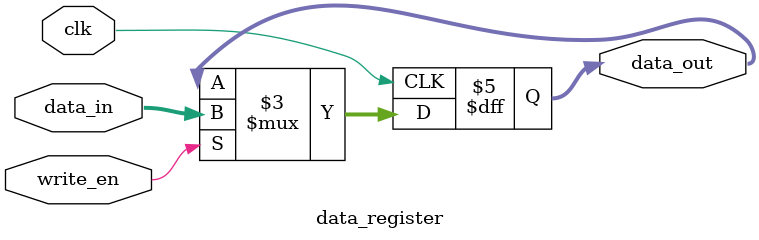
<source format=v>
module data_register
(
    input clk,
    input write_en,
    input [15:0] data_in,
    output reg [15:0] data_out
);

always @ (posedge clk)
begin
	if (write_en == 1)
		data_out <= data_in;
end
endmodule

</source>
